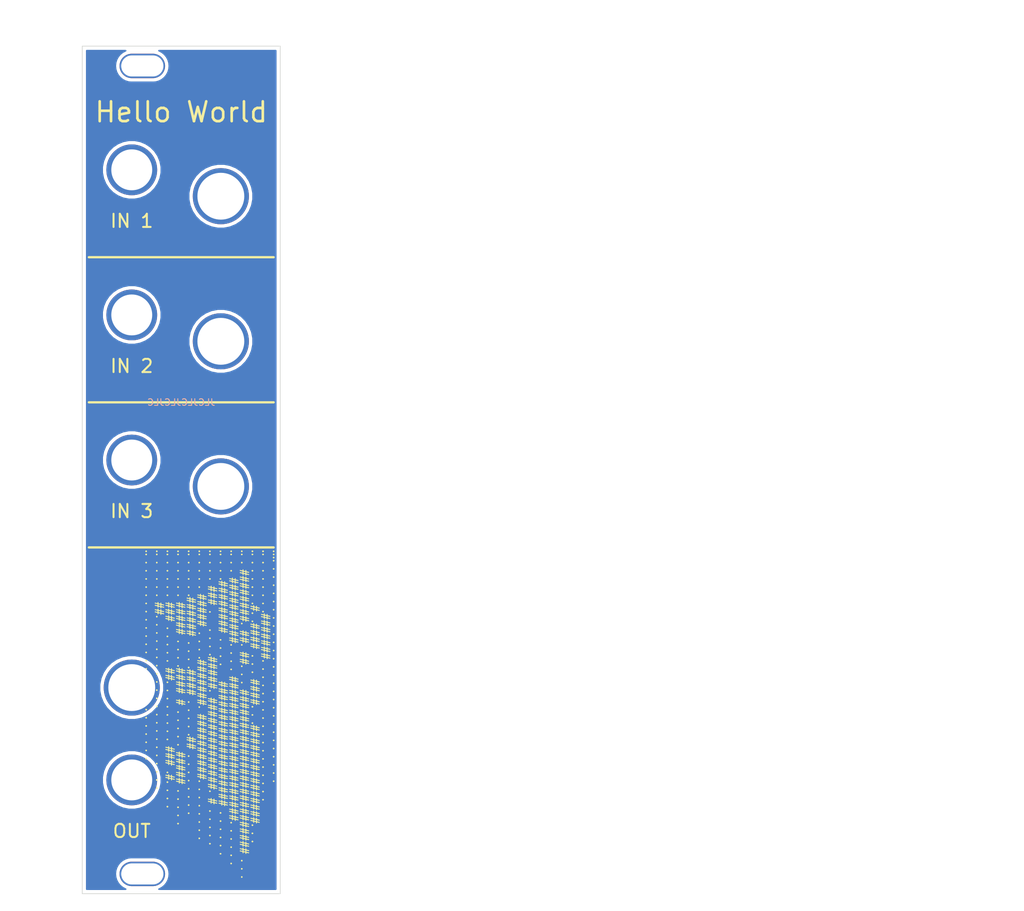
<source format=kicad_pcb>
(kicad_pcb (version 20171130) (host pcbnew "(5.1.6-0-10_14)")

  (general
    (thickness 1.6)
    (drawings 26)
    (tracks 0)
    (zones 0)
    (modules 12)
    (nets 1)
  )

  (page A4)
  (layers
    (0 F.Cu signal)
    (31 B.Cu signal)
    (32 B.Adhes user)
    (33 F.Adhes user)
    (34 B.Paste user)
    (35 F.Paste user)
    (36 B.SilkS user)
    (37 F.SilkS user)
    (38 B.Mask user)
    (39 F.Mask user)
    (40 Dwgs.User user)
    (41 Cmts.User user)
    (42 Eco1.User user)
    (43 Eco2.User user)
    (44 Edge.Cuts user)
    (45 Margin user)
    (46 B.CrtYd user)
    (47 F.CrtYd user)
    (48 B.Fab user)
    (49 F.Fab user)
  )

  (setup
    (last_trace_width 0.25)
    (user_trace_width 0.6)
    (trace_clearance 0.2)
    (zone_clearance 0.508)
    (zone_45_only no)
    (trace_min 0.2)
    (via_size 0.8)
    (via_drill 0.4)
    (via_min_size 0.4)
    (via_min_drill 0.3)
    (uvia_size 0.3)
    (uvia_drill 0.1)
    (uvias_allowed no)
    (uvia_min_size 0.2)
    (uvia_min_drill 0.1)
    (edge_width 0.1)
    (segment_width 0.2)
    (pcb_text_width 0.3)
    (pcb_text_size 1.5 1.5)
    (mod_edge_width 0.15)
    (mod_text_size 1 1)
    (mod_text_width 0.15)
    (pad_size 7.7 7.7)
    (pad_drill 6.2)
    (pad_to_mask_clearance 0)
    (aux_axis_origin 0 0)
    (visible_elements FFFFFF7F)
    (pcbplotparams
      (layerselection 0x010f0_ffffffff)
      (usegerberextensions false)
      (usegerberattributes false)
      (usegerberadvancedattributes false)
      (creategerberjobfile false)
      (excludeedgelayer true)
      (linewidth 0.100000)
      (plotframeref false)
      (viasonmask false)
      (mode 1)
      (useauxorigin false)
      (hpglpennumber 1)
      (hpglpenspeed 20)
      (hpglpendiameter 15.000000)
      (psnegative false)
      (psa4output false)
      (plotreference true)
      (plotvalue false)
      (plotinvisibletext false)
      (padsonsilk true)
      (subtractmaskfromsilk false)
      (outputformat 1)
      (mirror false)
      (drillshape 0)
      (scaleselection 1)
      (outputdirectory "panel-gerber/"))
  )

  (net 0 "")

  (net_class Default "This is the default net class."
    (clearance 0.2)
    (trace_width 0.25)
    (via_dia 0.8)
    (via_drill 0.4)
    (uvia_dia 0.3)
    (uvia_drill 0.1)
  )

  (module RB_Parts:9mmAlphaPot_MountingHole (layer F.Cu) (tedit 5F1D8D25) (tstamp 5F1DE433)
    (at 107.5 117.25)
    (fp_text reference REF** (at 0 -6.35) (layer F.SilkS) hide
      (effects (font (size 1 1) (thickness 0.15) italic))
    )
    (fp_text value 9mmAlphaPot_MountingHole (at 0 6.35) (layer F.Fab)
      (effects (font (size 1 1) (thickness 0.15)))
    )
    (pad 9mmPot thru_hole circle (at 0 0) (size 8.5 8.5) (drill 7.1) (layers *.Cu *.Mask))
  )

  (module RB_Parts:PJ-3001F_3.5mmJack_Mountinghole (layer F.Cu) (tedit 5F1D8BA7) (tstamp 5F1DE40F)
    (at 107.5 131.25)
    (fp_text reference REF** (at 0 -6.35) (layer F.SilkS) hide
      (effects (font (size 1 1) (thickness 0.15)))
    )
    (fp_text value PJ-3001F_3.5mmJack_Mountinghole (at 0 6.35) (layer F.Fab)
      (effects (font (size 1 1) (thickness 0.15)))
    )
    (pad "3.5mm Jack" thru_hole circle (at 0 0) (size 7.7 7.7) (drill 6.2) (layers *.Cu *.Mask))
  )

  (module RB_Parts:PJ-3001F_3.5mmJack_Mountinghole (layer F.Cu) (tedit 5F1D8BA7) (tstamp 5F1DE2B2)
    (at 107.5 82.75)
    (fp_text reference REF** (at 0 -6.35) (layer F.SilkS) hide
      (effects (font (size 1 1) (thickness 0.15)))
    )
    (fp_text value PJ-3001F_3.5mmJack_Mountinghole (at 0 6.35) (layer F.Fab)
      (effects (font (size 1 1) (thickness 0.15)))
    )
    (pad "3.5mm Jack" thru_hole circle (at 0 0) (size 7.7 7.7) (drill 6.2) (layers *.Cu *.Mask))
  )

  (module RB_Parts:PJ-3001F_3.5mmJack_Mountinghole (layer F.Cu) (tedit 5F1D8BA7) (tstamp 5F1DE24F)
    (at 107.5 60.75)
    (fp_text reference REF** (at 0 -6.35) (layer F.SilkS) hide
      (effects (font (size 1 1) (thickness 0.15)))
    )
    (fp_text value PJ-3001F_3.5mmJack_Mountinghole (at 0 6.35) (layer F.Fab)
      (effects (font (size 1 1) (thickness 0.15)))
    )
    (pad "3.5mm Jack" thru_hole circle (at 0 0) (size 7.7 7.7) (drill 6.2) (layers *.Cu *.Mask))
  )

  (module RB_Parts:PJ-3001F_3.5mmJack_Mountinghole (layer F.Cu) (tedit 5F1D8BA7) (tstamp 5F1DE183)
    (at 107.5 38.75)
    (fp_text reference REF** (at 0 -6.35) (layer F.SilkS) hide
      (effects (font (size 1 1) (thickness 0.15)))
    )
    (fp_text value PJ-3001F_3.5mmJack_Mountinghole (at 0 6.35) (layer F.Fab)
      (effects (font (size 1 1) (thickness 0.15)))
    )
    (pad "3.5mm Jack" thru_hole circle (at 0 0) (size 7.7 7.7) (drill 6.2) (layers *.Cu *.Mask))
  )

  (module RB_Parts:9mmAlphaPot_MountingHole (layer F.Cu) (tedit 5F1D8D25) (tstamp 5F1DE0D6)
    (at 121 86.75)
    (fp_text reference REF** (at 0 -6.35) (layer F.SilkS) hide
      (effects (font (size 1 1) (thickness 0.15) italic))
    )
    (fp_text value 9mmAlphaPot_MountingHole (at 0 6.35) (layer F.Fab)
      (effects (font (size 1 1) (thickness 0.15)))
    )
    (pad 9mmPot thru_hole circle (at 0 0) (size 8.5 8.5) (drill 7.1) (layers *.Cu *.Mask))
  )

  (module RB_Parts:9mmAlphaPot_MountingHole (layer F.Cu) (tedit 5F1D8D25) (tstamp 5F1DE0D6)
    (at 121 64.75)
    (fp_text reference REF** (at 0 -6.35) (layer F.SilkS) hide
      (effects (font (size 1 1) (thickness 0.15) italic))
    )
    (fp_text value 9mmAlphaPot_MountingHole (at 0 6.35) (layer F.Fab)
      (effects (font (size 1 1) (thickness 0.15)))
    )
    (pad 9mmPot thru_hole circle (at 0 0) (size 8.5 8.5) (drill 7.1) (layers *.Cu *.Mask))
  )

  (module RB_Parts:9mmAlphaPot_MountingHole (layer F.Cu) (tedit 5F1D8D25) (tstamp 5F1DDF9F)
    (at 121 42.75)
    (fp_text reference REF** (at 0 -6.35) (layer F.SilkS) hide
      (effects (font (size 1 1) (thickness 0.15) italic))
    )
    (fp_text value 9mmAlphaPot_MountingHole (at 0 6.35) (layer F.Fab)
      (effects (font (size 1 1) (thickness 0.15)))
    )
    (pad 9mmPot thru_hole circle (at 0 0) (size 8.5 8.5) (drill 7.1) (layers *.Cu *.Mask))
  )

  (module RB_Parts:3.2mm-Mountinghole_Oval (layer F.Cu) (tedit 5F1D8B8C) (tstamp 5F1DDC83)
    (at 107.5 23)
    (fp_text reference Ref** (at 0 -3.81) (layer F.SilkS) hide
      (effects (font (size 1 1) (thickness 0.15)))
    )
    (fp_text value 3.2mm-Mountinghole_Oval (at 1.27 3.81) (layer F.Fab)
      (effects (font (size 1 1) (thickness 0.15)))
    )
    (pad "" thru_hole oval (at 1.6 0 90) (size 3.7 6.9) (drill oval 3.2 6.4) (layers *.Cu *.Mask))
  )

  (module RB_Parts:3.2mm-Mountinghole_Oval (layer F.Cu) (tedit 5F1D8B8C) (tstamp 5F1DDC6C)
    (at 107.5 145.5)
    (fp_text reference Ref** (at 0 -3.81) (layer F.SilkS) hide
      (effects (font (size 1 1) (thickness 0.15)))
    )
    (fp_text value 3.2mm-Mountinghole_Oval (at 1.27 3.81) (layer F.Fab)
      (effects (font (size 1 1) (thickness 0.15)))
    )
    (pad "" thru_hole oval (at 1.6 0 90) (size 3.7 6.9) (drill oval 3.2 6.4) (layers *.Cu *.Mask))
  )

  (module "" (layer F.Cu) (tedit 0) (tstamp 0)
    (at 121.5 64.25)
    (fp_text reference "" (at 121 34) (layer F.SilkS)
      (effects (font (size 1.27 1.27) (thickness 0.15)))
    )
    (fp_text value "" (at 121 34) (layer F.SilkS)
      (effects (font (size 1.27 1.27) (thickness 0.15)))
    )
  )

  (module "" (layer F.Cu) (tedit 0) (tstamp 0)
    (at 120 65.75)
    (fp_text reference "" (at 121 34) (layer F.SilkS)
      (effects (font (size 1.27 1.27) (thickness 0.15)))
    )
    (fp_text value "" (at 121 34) (layer F.SilkS)
      (effects (font (size 1.27 1.27) (thickness 0.15)))
    )
  )

  (gr_text JLCJLCJLCJLC (at 115 74) (layer B.SilkS)
    (effects (font (size 1 1) (thickness 0.15)) (justify mirror))
  )
  (gr_text "…. . . . . . . . . . . . . . . . . . . . . . . . . . . .\n.. . . . . . . .#######. . . . . . . . . . . . . . . . . .\n.. . . . . . .#. .#### . . . ####. . .###############. . .\n.. . ########. ##. ##. . . ######################### . . .\n.. . . ##########. . . . ######################. . . . . .\n.. . . .######## . . . .   ################### . . . . . .\n.. . . . ### .   . . . .#####. ##############. # . . . . .\n.. . . . . ##### . . . .#######. ##########. . . . . . . .\n.. . . . . .###### . . . .#### . . . . .## . . . . . . . .\n.. . . . . . ##### . . . .#### # . . . . . ##### . . . . .\n.. . . . . . ### . . . . . ##. . . . . . . . ### .#. . . .\n.. . . . . . ##. . . . . . . . . . . . . . . . . . . . . .\n.. . . . . . . . . . . . . . . . . . . . . . . . . . . . ." (at 119.75 96.25 270) (layer F.SilkS)
    (effects (font (size 1 1) (thickness 0.15)) (justify left))
  )
  (gr_text "OUT\n" (at 107.5 139) (layer F.SilkS) (tstamp 5F1DF513)
    (effects (font (size 2 2) (thickness 0.3)))
  )
  (gr_text "IN 1" (at 107.5 46.5) (layer F.SilkS) (tstamp 5F1DF3EA)
    (effects (font (size 2 2) (thickness 0.3)))
  )
  (gr_text "IN 3" (at 107.5 90.5) (layer F.SilkS) (tstamp 5F1DF3EA)
    (effects (font (size 2 2) (thickness 0.3)))
  )
  (gr_text "IN 2" (at 107.5 68.5) (layer F.SilkS)
    (effects (font (size 2 2) (thickness 0.3)))
  )
  (gr_line (start 101 96) (end 129 96) (layer F.SilkS) (width 0.35) (tstamp 5F1DF2C4))
  (gr_line (start 101 52) (end 129 52) (layer F.SilkS) (width 0.35) (tstamp 5F1DF2BF))
  (gr_line (start 101 74) (end 129 74) (layer F.SilkS) (width 0.35))
  (gr_text "Hello World" (at 115 30) (layer F.SilkS)
    (effects (font (size 3 3) (thickness 0.4)))
  )
  (dimension 17.25 (width 0.05) (layer F.CrtYd)
    (gr_text "17.250 mm" (at 101.95 139.875 90) (layer F.CrtYd)
      (effects (font (size 1 1) (thickness 0.15)))
    )
    (feature1 (pts (xy 100 131.25) (xy 101.336421 131.25)))
    (feature2 (pts (xy 100 148.5) (xy 101.336421 148.5)))
    (crossbar (pts (xy 100.75 148.5) (xy 100.75 131.25)))
    (arrow1a (pts (xy 100.75 131.25) (xy 101.336421 132.376504)))
    (arrow1b (pts (xy 100.75 131.25) (xy 100.163579 132.376504)))
    (arrow2a (pts (xy 100.75 148.5) (xy 101.336421 147.373496)))
    (arrow2b (pts (xy 100.75 148.5) (xy 100.163579 147.373496)))
  )
  (dimension 18.75 (width 0.05) (layer F.CrtYd)
    (gr_text "18.750 mm" (at 102.2 29.375 270) (layer F.CrtYd)
      (effects (font (size 1 1) (thickness 0.15)))
    )
    (feature1 (pts (xy 100 38.75) (xy 101.586421 38.75)))
    (feature2 (pts (xy 100 20) (xy 101.586421 20)))
    (crossbar (pts (xy 101 20) (xy 101 38.75)))
    (arrow1a (pts (xy 101 38.75) (xy 100.413579 37.623496)))
    (arrow1b (pts (xy 101 38.75) (xy 101.586421 37.623496)))
    (arrow2a (pts (xy 101 20) (xy 100.413579 21.126504)))
    (arrow2b (pts (xy 101 20) (xy 101.586421 21.126504)))
  )
  (dimension 22.75 (width 0.05) (layer F.CrtYd)
    (gr_text "22.750 mm" (at 127.550001 31.375 89.99999748) (layer F.CrtYd)
      (effects (font (size 1 1) (thickness 0.15)))
    )
    (feature1 (pts (xy 130 42.75) (xy 128.16358 42.75)))
    (feature2 (pts (xy 130.000001 20) (xy 128.163581 20)))
    (crossbar (pts (xy 128.750002 20) (xy 128.750001 42.75)))
    (arrow1a (pts (xy 128.750001 42.75) (xy 128.16358 41.623496)))
    (arrow1b (pts (xy 128.750001 42.75) (xy 129.336422 41.623496)))
    (arrow2a (pts (xy 128.750002 20) (xy 128.163581 21.126504)))
    (arrow2b (pts (xy 128.750002 20) (xy 129.336423 21.126504)))
  )
  (dimension 9.000001 (width 0.05) (layer F.CrtYd)
    (gr_text "9.000 mm" (at 125.5 15.800001) (layer F.CrtYd)
      (effects (font (size 1 1) (thickness 0.15)))
    )
    (feature1 (pts (xy 121 20) (xy 121 16.41358)))
    (feature2 (pts (xy 130.000001 20) (xy 130.000001 16.41358)))
    (crossbar (pts (xy 130.000001 17.000001) (xy 121 17.000001)))
    (arrow1a (pts (xy 121 17.000001) (xy 122.126504 16.41358)))
    (arrow1b (pts (xy 121 17.000001) (xy 122.126504 17.586422)))
    (arrow2a (pts (xy 130.000001 17.000001) (xy 128.873497 16.41358)))
    (arrow2b (pts (xy 130.000001 17.000001) (xy 128.873497 17.586422)))
  )
  (dimension 30.000001 (width 0.05) (layer F.CrtYd)
    (gr_text "30.000 mm" (at 115 17.8) (layer F.CrtYd)
      (effects (font (size 1 1) (thickness 0.15)))
    )
    (feature1 (pts (xy 130.000001 20) (xy 130.000001 18.413579)))
    (feature2 (pts (xy 100 20) (xy 100 18.413579)))
    (crossbar (pts (xy 100 19) (xy 130.000001 19)))
    (arrow1a (pts (xy 130.000001 19) (xy 128.873497 19.586421)))
    (arrow1b (pts (xy 130.000001 19) (xy 128.873497 18.413579)))
    (arrow2a (pts (xy 100 19) (xy 101.126504 19.586421)))
    (arrow2b (pts (xy 100 19) (xy 101.126504 18.413579)))
  )
  (dimension 20.5 (width 0.15) (layer Dwgs.User)
    (gr_text "20.500 mm" (at 91.2 138.25 90) (layer Dwgs.User)
      (effects (font (size 1 1) (thickness 0.15)))
    )
    (feature1 (pts (xy 93 128) (xy 91.913579 128)))
    (feature2 (pts (xy 93 148.5) (xy 91.913579 148.5)))
    (crossbar (pts (xy 92.5 148.5) (xy 92.5 128)))
    (arrow1a (pts (xy 92.5 128) (xy 93.086421 129.126504)))
    (arrow1b (pts (xy 92.5 128) (xy 91.913579 129.126504)))
    (arrow2a (pts (xy 92.5 148.5) (xy 93.086421 147.373496)))
    (arrow2b (pts (xy 92.5 148.5) (xy 91.913579 147.373496)))
  )
  (dimension 22 (width 0.15) (layer Dwgs.User)
    (gr_text "22.000 mm" (at 100.3 43.5 270) (layer Dwgs.User)
      (effects (font (size 1 1) (thickness 0.15)))
    )
    (feature1 (pts (xy 98.5 54.5) (xy 99.586421 54.5)))
    (feature2 (pts (xy 98.5 32.5) (xy 99.586421 32.5)))
    (crossbar (pts (xy 99 32.5) (xy 99 54.5)))
    (arrow1a (pts (xy 99 54.5) (xy 98.413579 53.373496)))
    (arrow1b (pts (xy 99 54.5) (xy 99.586421 53.373496)))
    (arrow2a (pts (xy 99 32.5) (xy 98.413579 33.626504)))
    (arrow2b (pts (xy 99 32.5) (xy 99.586421 33.626504)))
  )
  (dimension 3 (width 0.15) (layer Dwgs.User)
    (gr_text "3.000 mm" (at 96.2 147 90) (layer Dwgs.User)
      (effects (font (size 1 1) (thickness 0.15)))
    )
    (feature1 (pts (xy 100 145.5) (xy 96.913579 145.5)))
    (feature2 (pts (xy 100 148.5) (xy 96.913579 148.5)))
    (crossbar (pts (xy 97.5 148.5) (xy 97.5 145.5)))
    (arrow1a (pts (xy 97.5 145.5) (xy 98.086421 146.626504)))
    (arrow1b (pts (xy 97.5 145.5) (xy 96.913579 146.626504)))
    (arrow2a (pts (xy 97.5 148.5) (xy 98.086421 147.373496)))
    (arrow2b (pts (xy 97.5 148.5) (xy 96.913579 147.373496)))
  )
  (dimension 7.5 (width 0.15) (layer Dwgs.User)
    (gr_text "7.500 mm" (at 103.75 151.8) (layer Dwgs.User)
      (effects (font (size 1 1) (thickness 0.15)))
    )
    (feature1 (pts (xy 107.5 148.5) (xy 107.5 151.086421)))
    (feature2 (pts (xy 100 148.5) (xy 100 151.086421)))
    (crossbar (pts (xy 100 150.5) (xy 107.5 150.5)))
    (arrow1a (pts (xy 107.5 150.5) (xy 106.373496 151.086421)))
    (arrow1b (pts (xy 107.5 150.5) (xy 106.373496 149.913579)))
    (arrow2a (pts (xy 100 150.5) (xy 101.126504 151.086421)))
    (arrow2b (pts (xy 100 150.5) (xy 101.126504 149.913579)))
  )
  (dimension 3 (width 0.15) (layer Dwgs.User)
    (gr_text "3.000 mm" (at 97.7 21.5 270) (layer Dwgs.User)
      (effects (font (size 1 1) (thickness 0.15)))
    )
    (feature1 (pts (xy 100 23) (xy 98.413579 23)))
    (feature2 (pts (xy 100 20) (xy 98.413579 20)))
    (crossbar (pts (xy 99 20) (xy 99 23)))
    (arrow1a (pts (xy 99 23) (xy 98.413579 21.873496)))
    (arrow1b (pts (xy 99 23) (xy 99.586421 21.873496)))
    (arrow2a (pts (xy 99 20) (xy 98.413579 21.126504)))
    (arrow2b (pts (xy 99 20) (xy 99.586421 21.126504)))
  )
  (dimension 7.5 (width 0.15) (layer Dwgs.User)
    (gr_text "7.500 mm" (at 103.75 13.7) (layer Dwgs.User)
      (effects (font (size 1 1) (thickness 0.15)))
    )
    (feature1 (pts (xy 107.5 20) (xy 107.5 14.413579)))
    (feature2 (pts (xy 100 20) (xy 100 14.413579)))
    (crossbar (pts (xy 100 15) (xy 107.5 15)))
    (arrow1a (pts (xy 107.5 15) (xy 106.373496 15.586421)))
    (arrow1b (pts (xy 107.5 15) (xy 106.373496 14.413579)))
    (arrow2a (pts (xy 100 15) (xy 101.126504 15.586421)))
    (arrow2b (pts (xy 100 15) (xy 101.126504 14.413579)))
  )
  (dimension 128.5 (width 0.15) (layer Dwgs.User)
    (gr_text "128.500 mm" (at 138.3 84.25 270) (layer Dwgs.User)
      (effects (font (size 1 1) (thickness 0.15)))
    )
    (feature1 (pts (xy 130.000001 148.5) (xy 137.586421 148.5)))
    (feature2 (pts (xy 130.000001 20) (xy 137.586421 20)))
    (crossbar (pts (xy 137 20) (xy 137 148.5)))
    (arrow1a (pts (xy 137 148.5) (xy 136.413579 147.373496)))
    (arrow1b (pts (xy 137 148.5) (xy 137.586421 147.373496)))
    (arrow2a (pts (xy 137 20) (xy 136.413579 21.126504)))
    (arrow2b (pts (xy 137 20) (xy 137.586421 21.126504)))
  )
  (gr_line (start 100 148.5) (end 100 20) (layer Edge.Cuts) (width 0.1) (tstamp 5F1D56D3))
  (gr_line (start 130 148.5) (end 100 148.5) (layer Edge.Cuts) (width 0.1))
  (gr_line (start 130 20) (end 130 148.5) (layer Edge.Cuts) (width 0.1))
  (gr_line (start 100 20) (end 130 20) (layer Edge.Cuts) (width 0.1))

  (zone (net 0) (net_name "") (layer B.Cu) (tstamp 5F1EBE9A) (hatch edge 0.508)
    (connect_pads (clearance 0.508))
    (min_thickness 0.254)
    (fill yes (arc_segments 32) (thermal_gap 0.508) (thermal_bridge_width 0.508))
    (polygon
      (pts
        (xy 130 148.5) (xy 100 148.5) (xy 100 20) (xy 130 20)
      )
    )
    (filled_polygon
      (pts
        (xy 106.544431 20.693052) (xy 106.112728 20.923801) (xy 105.734338 21.234338) (xy 105.423801 21.612728) (xy 105.193052 22.044431)
        (xy 105.050957 22.512855) (xy 105.002977 23) (xy 105.050957 23.487145) (xy 105.193052 23.955569) (xy 105.423801 24.387272)
        (xy 105.734338 24.765662) (xy 106.112728 25.076199) (xy 106.544431 25.306948) (xy 107.012855 25.449043) (xy 107.377929 25.485)
        (xy 110.822071 25.485) (xy 111.187145 25.449043) (xy 111.655569 25.306948) (xy 112.087272 25.076199) (xy 112.465662 24.765662)
        (xy 112.776199 24.387272) (xy 113.006948 23.955569) (xy 113.149043 23.487145) (xy 113.197023 23) (xy 113.149043 22.512855)
        (xy 113.006948 22.044431) (xy 112.776199 21.612728) (xy 112.465662 21.234338) (xy 112.087272 20.923801) (xy 111.655569 20.693052)
        (xy 111.629025 20.685) (xy 129.315 20.685) (xy 129.315001 147.815) (xy 111.629025 147.815) (xy 111.655569 147.806948)
        (xy 112.087272 147.576199) (xy 112.465662 147.265662) (xy 112.776199 146.887272) (xy 113.006948 146.455569) (xy 113.149043 145.987145)
        (xy 113.197023 145.5) (xy 113.149043 145.012855) (xy 113.006948 144.544431) (xy 112.776199 144.112728) (xy 112.465662 143.734338)
        (xy 112.087272 143.423801) (xy 111.655569 143.193052) (xy 111.187145 143.050957) (xy 110.822071 143.015) (xy 107.377929 143.015)
        (xy 107.012855 143.050957) (xy 106.544431 143.193052) (xy 106.112728 143.423801) (xy 105.734338 143.734338) (xy 105.423801 144.112728)
        (xy 105.193052 144.544431) (xy 105.050957 145.012855) (xy 105.002977 145.5) (xy 105.050957 145.987145) (xy 105.193052 146.455569)
        (xy 105.423801 146.887272) (xy 105.734338 147.265662) (xy 106.112728 147.576199) (xy 106.544431 147.806948) (xy 106.570975 147.815)
        (xy 100.685 147.815) (xy 100.685 130.808266) (xy 103.015 130.808266) (xy 103.015 131.691734) (xy 103.187356 132.558226)
        (xy 103.525445 133.374444) (xy 104.016273 134.109021) (xy 104.640979 134.733727) (xy 105.375556 135.224555) (xy 106.191774 135.562644)
        (xy 107.058266 135.735) (xy 107.941734 135.735) (xy 108.808226 135.562644) (xy 109.624444 135.224555) (xy 110.359021 134.733727)
        (xy 110.983727 134.109021) (xy 111.474555 133.374444) (xy 111.812644 132.558226) (xy 111.985 131.691734) (xy 111.985 130.808266)
        (xy 111.812644 129.941774) (xy 111.474555 129.125556) (xy 110.983727 128.390979) (xy 110.359021 127.766273) (xy 109.624444 127.275445)
        (xy 108.808226 126.937356) (xy 107.941734 126.765) (xy 107.058266 126.765) (xy 106.191774 126.937356) (xy 105.375556 127.275445)
        (xy 104.640979 127.766273) (xy 104.016273 128.390979) (xy 103.525445 129.125556) (xy 103.187356 129.941774) (xy 103.015 130.808266)
        (xy 100.685 130.808266) (xy 100.685 116.76887) (xy 102.615 116.76887) (xy 102.615 117.73113) (xy 102.802728 118.674902)
        (xy 103.17097 119.563915) (xy 103.705573 120.364006) (xy 104.385994 121.044427) (xy 105.186085 121.57903) (xy 106.075098 121.947272)
        (xy 107.01887 122.135) (xy 107.98113 122.135) (xy 108.924902 121.947272) (xy 109.813915 121.57903) (xy 110.614006 121.044427)
        (xy 111.294427 120.364006) (xy 111.82903 119.563915) (xy 112.197272 118.674902) (xy 112.385 117.73113) (xy 112.385 116.76887)
        (xy 112.197272 115.825098) (xy 111.82903 114.936085) (xy 111.294427 114.135994) (xy 110.614006 113.455573) (xy 109.813915 112.92097)
        (xy 108.924902 112.552728) (xy 107.98113 112.365) (xy 107.01887 112.365) (xy 106.075098 112.552728) (xy 105.186085 112.92097)
        (xy 104.385994 113.455573) (xy 103.705573 114.135994) (xy 103.17097 114.936085) (xy 102.802728 115.825098) (xy 102.615 116.76887)
        (xy 100.685 116.76887) (xy 100.685 82.308266) (xy 103.015 82.308266) (xy 103.015 83.191734) (xy 103.187356 84.058226)
        (xy 103.525445 84.874444) (xy 104.016273 85.609021) (xy 104.640979 86.233727) (xy 105.375556 86.724555) (xy 106.191774 87.062644)
        (xy 107.058266 87.235) (xy 107.941734 87.235) (xy 108.808226 87.062644) (xy 109.624444 86.724555) (xy 110.306425 86.26887)
        (xy 116.115 86.26887) (xy 116.115 87.23113) (xy 116.302728 88.174902) (xy 116.67097 89.063915) (xy 117.205573 89.864006)
        (xy 117.885994 90.544427) (xy 118.686085 91.07903) (xy 119.575098 91.447272) (xy 120.51887 91.635) (xy 121.48113 91.635)
        (xy 122.424902 91.447272) (xy 123.313915 91.07903) (xy 124.114006 90.544427) (xy 124.794427 89.864006) (xy 125.32903 89.063915)
        (xy 125.697272 88.174902) (xy 125.885 87.23113) (xy 125.885 86.26887) (xy 125.697272 85.325098) (xy 125.32903 84.436085)
        (xy 124.794427 83.635994) (xy 124.114006 82.955573) (xy 123.313915 82.42097) (xy 122.424902 82.052728) (xy 121.48113 81.865)
        (xy 120.51887 81.865) (xy 119.575098 82.052728) (xy 118.686085 82.42097) (xy 117.885994 82.955573) (xy 117.205573 83.635994)
        (xy 116.67097 84.436085) (xy 116.302728 85.325098) (xy 116.115 86.26887) (xy 110.306425 86.26887) (xy 110.359021 86.233727)
        (xy 110.983727 85.609021) (xy 111.474555 84.874444) (xy 111.812644 84.058226) (xy 111.985 83.191734) (xy 111.985 82.308266)
        (xy 111.812644 81.441774) (xy 111.474555 80.625556) (xy 110.983727 79.890979) (xy 110.359021 79.266273) (xy 109.624444 78.775445)
        (xy 108.808226 78.437356) (xy 107.941734 78.265) (xy 107.058266 78.265) (xy 106.191774 78.437356) (xy 105.375556 78.775445)
        (xy 104.640979 79.266273) (xy 104.016273 79.890979) (xy 103.525445 80.625556) (xy 103.187356 81.441774) (xy 103.015 82.308266)
        (xy 100.685 82.308266) (xy 100.685 60.308266) (xy 103.015 60.308266) (xy 103.015 61.191734) (xy 103.187356 62.058226)
        (xy 103.525445 62.874444) (xy 104.016273 63.609021) (xy 104.640979 64.233727) (xy 105.375556 64.724555) (xy 106.191774 65.062644)
        (xy 107.058266 65.235) (xy 107.941734 65.235) (xy 108.808226 65.062644) (xy 109.624444 64.724555) (xy 110.306425 64.26887)
        (xy 116.115 64.26887) (xy 116.115 65.23113) (xy 116.302728 66.174902) (xy 116.67097 67.063915) (xy 117.205573 67.864006)
        (xy 117.885994 68.544427) (xy 118.686085 69.07903) (xy 119.575098 69.447272) (xy 120.51887 69.635) (xy 121.48113 69.635)
        (xy 122.424902 69.447272) (xy 123.313915 69.07903) (xy 124.114006 68.544427) (xy 124.794427 67.864006) (xy 125.32903 67.063915)
        (xy 125.697272 66.174902) (xy 125.885 65.23113) (xy 125.885 64.26887) (xy 125.697272 63.325098) (xy 125.32903 62.436085)
        (xy 124.794427 61.635994) (xy 124.114006 60.955573) (xy 123.313915 60.42097) (xy 122.424902 60.052728) (xy 121.48113 59.865)
        (xy 120.51887 59.865) (xy 119.575098 60.052728) (xy 118.686085 60.42097) (xy 117.885994 60.955573) (xy 117.205573 61.635994)
        (xy 116.67097 62.436085) (xy 116.302728 63.325098) (xy 116.115 64.26887) (xy 110.306425 64.26887) (xy 110.359021 64.233727)
        (xy 110.983727 63.609021) (xy 111.474555 62.874444) (xy 111.812644 62.058226) (xy 111.985 61.191734) (xy 111.985 60.308266)
        (xy 111.812644 59.441774) (xy 111.474555 58.625556) (xy 110.983727 57.890979) (xy 110.359021 57.266273) (xy 109.624444 56.775445)
        (xy 108.808226 56.437356) (xy 107.941734 56.265) (xy 107.058266 56.265) (xy 106.191774 56.437356) (xy 105.375556 56.775445)
        (xy 104.640979 57.266273) (xy 104.016273 57.890979) (xy 103.525445 58.625556) (xy 103.187356 59.441774) (xy 103.015 60.308266)
        (xy 100.685 60.308266) (xy 100.685 38.308266) (xy 103.015 38.308266) (xy 103.015 39.191734) (xy 103.187356 40.058226)
        (xy 103.525445 40.874444) (xy 104.016273 41.609021) (xy 104.640979 42.233727) (xy 105.375556 42.724555) (xy 106.191774 43.062644)
        (xy 107.058266 43.235) (xy 107.941734 43.235) (xy 108.808226 43.062644) (xy 109.624444 42.724555) (xy 110.306425 42.26887)
        (xy 116.115 42.26887) (xy 116.115 43.23113) (xy 116.302728 44.174902) (xy 116.67097 45.063915) (xy 117.205573 45.864006)
        (xy 117.885994 46.544427) (xy 118.686085 47.07903) (xy 119.575098 47.447272) (xy 120.51887 47.635) (xy 121.48113 47.635)
        (xy 122.424902 47.447272) (xy 123.313915 47.07903) (xy 124.114006 46.544427) (xy 124.794427 45.864006) (xy 125.32903 45.063915)
        (xy 125.697272 44.174902) (xy 125.885 43.23113) (xy 125.885 42.26887) (xy 125.697272 41.325098) (xy 125.32903 40.436085)
        (xy 124.794427 39.635994) (xy 124.114006 38.955573) (xy 123.313915 38.42097) (xy 122.424902 38.052728) (xy 121.48113 37.865)
        (xy 120.51887 37.865) (xy 119.575098 38.052728) (xy 118.686085 38.42097) (xy 117.885994 38.955573) (xy 117.205573 39.635994)
        (xy 116.67097 40.436085) (xy 116.302728 41.325098) (xy 116.115 42.26887) (xy 110.306425 42.26887) (xy 110.359021 42.233727)
        (xy 110.983727 41.609021) (xy 111.474555 40.874444) (xy 111.812644 40.058226) (xy 111.985 39.191734) (xy 111.985 38.308266)
        (xy 111.812644 37.441774) (xy 111.474555 36.625556) (xy 110.983727 35.890979) (xy 110.359021 35.266273) (xy 109.624444 34.775445)
        (xy 108.808226 34.437356) (xy 107.941734 34.265) (xy 107.058266 34.265) (xy 106.191774 34.437356) (xy 105.375556 34.775445)
        (xy 104.640979 35.266273) (xy 104.016273 35.890979) (xy 103.525445 36.625556) (xy 103.187356 37.441774) (xy 103.015 38.308266)
        (xy 100.685 38.308266) (xy 100.685 20.685) (xy 106.570975 20.685)
      )
    )
  )
)

</source>
